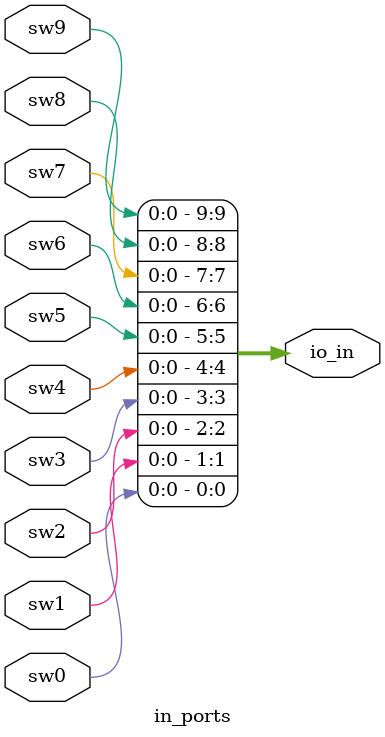
<source format=v>
module in_ports(sw0,sw1,sw2,sw3,sw4,sw5,sw6,sw7,sw8,sw9,io_in);
input sw0,sw1,sw2,sw3,sw4,sw5,sw6,sw7,sw8,sw9;
output [0:9] io_in;

assign io_in[9]=sw0;
assign io_in[8]=sw1;
assign io_in[7]=sw2;
assign io_in[6]=sw3;
assign io_in[5]=sw4;
assign io_in[4]=sw5;
assign io_in[3]=sw6;
assign io_in[2]=sw7;
assign io_in[1]=sw8;
assign io_in[0]=sw9;

endmodule
</source>
